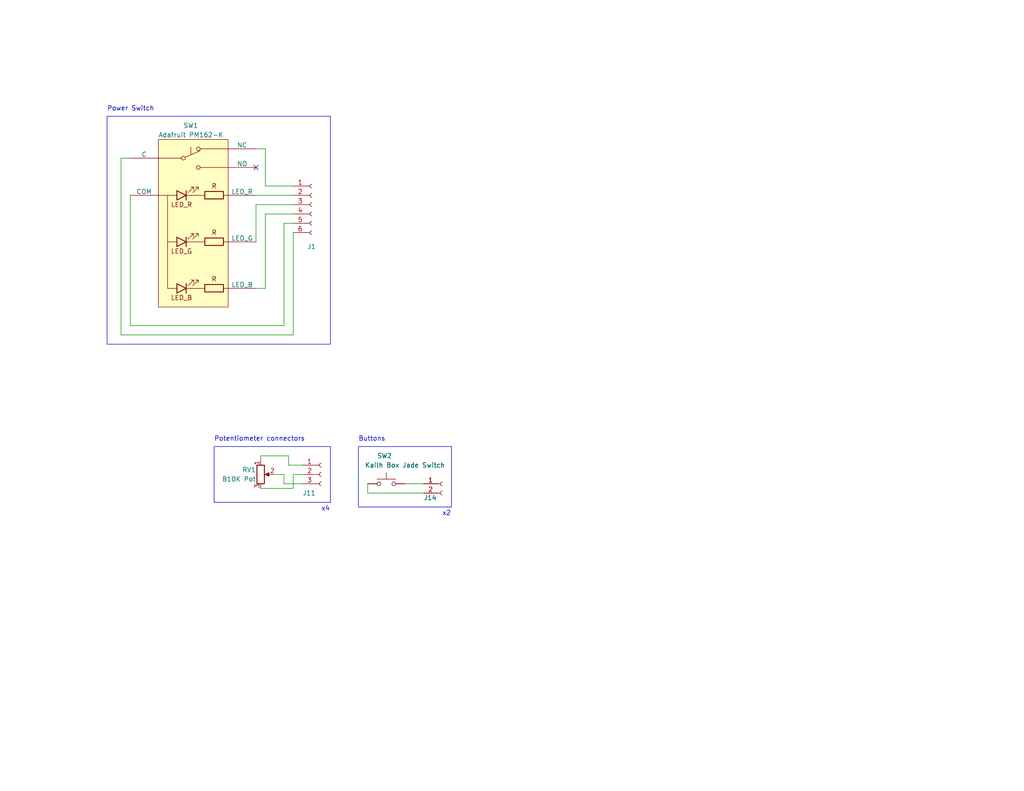
<source format=kicad_sch>
(kicad_sch (version 20230121) (generator eeschema)
  (paper "USLetter")
  (title_block (title "Olm") (date "2023-09-09") (rev "1.0") (company "Eric Max Kaplin"))
  (lib_symbols
    (symbol "Connector:Conn_01x02_Socket" (pin_names (offset 1.016) hide)
      (property "Reference" "J" (at 0 2.54 0))
      (property "Value" "Conn_01x02_Socket" (at 0 -5.08 0))
      (symbol "Conn_01x02_Socket_1_1"
        (arc (start 0 -2.032) (mid -0.5058 -2.54) (end 0 -3.048) (stroke (width 0.1524)))
        (polyline (pts (xy -1.27 -2.54) (xy -0.508 -2.54)) (stroke (width 0.1524)))
        (polyline (pts (xy -1.27 0) (xy -0.508 0)) (stroke (width 0.1524)))
        (arc (start 0 0.508) (mid -0.5058 0) (end 0 -0.508) (stroke (width 0.1524)))
        (pin passive line (at -5.08 0 0) (length 3.81) (name "Pin_1") (number "1"))
        (pin passive line (at -5.08 -2.54 0) (length 3.81) (name "Pin_2") (number "2"))
      )
    )
    (symbol "Connector:Conn_01x03_Socket" (pin_names (offset 1.016) hide)
      (property "Reference" "J" (at 0 5.08 0))
      (property "Value" "Conn_01x03_Socket" (at 0 -5.08 0))
      (symbol "Conn_01x03_Socket_1_1"
        (arc (start 0 -2.032) (mid -0.5058 -2.54) (end 0 -3.048) (stroke (width 0.1524)))
        (polyline (pts (xy -1.27 -2.54) (xy -0.508 -2.54)) (stroke (width 0.1524)))
        (polyline (pts (xy -1.27 0) (xy -0.508 0)) (stroke (width 0.1524)))
        (polyline (pts (xy -1.27 2.54) (xy -0.508 2.54)) (stroke (width 0.1524)))
        (arc (start 0 0.508) (mid -0.5058 0) (end 0 -0.508) (stroke (width 0.1524)))
        (arc (start 0 3.048) (mid -0.5058 2.54) (end 0 2.032) (stroke (width 0.1524)))
        (pin passive line (at -5.08 2.54 0) (length 3.81) (name "Pin_1") (number "1"))
        (pin passive line (at -5.08 0 0) (length 3.81) (name "Pin_2") (number "2"))
        (pin passive line (at -5.08 -2.54 0) (length 3.81) (name "Pin_3") (number "3"))
      )
    )
    (symbol "Connector:Conn_01x06_Socket" (pin_names (offset 1.016) hide)
      (property "Reference" "J" (at 0 7.62 0))
      (property "Value" "Conn_01x06_Socket" (at 0 -10.16 0))
      (symbol "Conn_01x06_Socket_1_1"
        (arc (start 0 -7.112) (mid -0.5058 -7.62) (end 0 -8.128) (stroke (width 0.1524)))
        (arc (start 0 -4.572) (mid -0.5058 -5.08) (end 0 -5.588) (stroke (width 0.1524)))
        (arc (start 0 -2.032) (mid -0.5058 -2.54) (end 0 -3.048) (stroke (width 0.1524)))
        (polyline (pts (xy -1.27 -7.62) (xy -0.508 -7.62)) (stroke (width 0.1524)))
        (polyline (pts (xy -1.27 -5.08) (xy -0.508 -5.08)) (stroke (width 0.1524)))
        (polyline (pts (xy -1.27 -2.54) (xy -0.508 -2.54)) (stroke (width 0.1524)))
        (polyline (pts (xy -1.27 0) (xy -0.508 0)) (stroke (width 0.1524)))
        (polyline (pts (xy -1.27 2.54) (xy -0.508 2.54)) (stroke (width 0.1524)))
        (polyline (pts (xy -1.27 5.08) (xy -0.508 5.08)) (stroke (width 0.1524)))
        (arc (start 0 0.508) (mid -0.5058 0) (end 0 -0.508) (stroke (width 0.1524)))
        (arc (start 0 3.048) (mid -0.5058 2.54) (end 0 2.032) (stroke (width 0.1524)))
        (arc (start 0 5.588) (mid -0.5058 5.08) (end 0 4.572) (stroke (width 0.1524)))
        (pin passive line (at -5.08 5.08 0) (length 3.81) (name "Pin_1") (number "1"))
        (pin passive line (at -5.08 2.54 0) (length 3.81) (name "Pin_2") (number "2"))
        (pin passive line (at -5.08 0 0) (length 3.81) (name "Pin_3") (number "3"))
        (pin passive line (at -5.08 -2.54 0) (length 3.81) (name "Pin_4") (number "4"))
        (pin passive line (at -5.08 -5.08 0) (length 3.81) (name "Pin_5") (number "5"))
        (pin passive line (at -5.08 -7.62 0) (length 3.81) (name "Pin_6") (number "6"))
      )
    )
    (symbol "Device:R_Potentiometer" (pin_names (offset 1.016) hide)
      (property "Reference" "RV" (at -4.445 0 90))
      (property "Value" "R_Potentiometer" (at -2.54 0 90))
      (symbol "R_Potentiometer_0_1"
        (polyline (pts (xy 2.54 0) (xy 1.524 0)))
        (polyline (pts (xy 1.143 0) (xy 2.286 0.508) (xy 2.286 -0.508) (xy 1.143 0)) (fill (type outline)))
        (rectangle (start 1.016 2.54) (end -1.016 -2.54) (stroke (width 0.254)))
      )
      (symbol "R_Potentiometer_1_1"
        (pin passive line (at 0 3.81 270) (length 1.27) (name "1") (number "1"))
        (pin passive line (at 3.81 0 180) (length 1.27) (name "2") (number "2"))
        (pin passive line (at 0 -3.81 90) (length 1.27) (name "3") (number "3"))
      )
    )
    (symbol "Switch:SW_Push" (pin_numbers hide) (pin_names (offset 1.016) hide)
      (property "Reference" "SW" (at 1.27 2.54 0))
      (property "Value" "SW_Push" (at 0 -1.524 0))
      (symbol "SW_Push_0_1"
        (circle (center -2.032 0) (radius 0.508))
        (polyline (pts (xy 0 1.27) (xy 0 3.048)))
        (polyline (pts (xy 2.54 1.27) (xy -2.54 1.27)))
        (circle (center 2.032 0) (radius 0.508))
        (pin passive line (at -5.08 0 0) (length 2.54) (name "1") (number "1"))
        (pin passive line (at 5.08 0 180) (length 2.54) (name "2") (number "2"))
      )
    )
    (symbol "UserLib:PM162-K" (pin_numbers hide) (pin_names (offset 0)) (on_board no)
      (property "Reference" "SW1" (at 0 8.89 0))
      (property "Value" "Adafruit PM162-K" (at 0 6.35 0))
      (symbol "PM162-K_0_0"
        (circle (center -2.032 0) (radius 0.508))
        (polyline (pts (xy 0 1.016) (xy 0 3.048)))
        (circle (center 2.032 -2.54) (radius 0.508))
      )
      (symbol "PM162-K_0_1"
        (polyline (pts (xy -8.89 -10.16) (xy -3.81 -10.16)))
        (polyline (pts (xy -6.35 -22.86) (xy -3.81 -22.86)))
        (polyline (pts (xy -1.524 0.254) (xy 2.54 2.032)))
        (polyline (pts (xy -1.27 -34.29) (xy -1.27 -36.83)) (stroke (width 0.254)))
        (polyline (pts (xy -1.27 -21.59) (xy -1.27 -24.13)) (stroke (width 0.254)))
        (polyline (pts (xy -1.27 -8.89) (xy -1.27 -11.43)) (stroke (width 0.254)))
        (polyline (pts (xy 3.81 -35.56) (xy -1.27 -35.56)) (fill (type outline)))
        (polyline (pts (xy 3.81 -22.86) (xy -1.27 -22.86)) (fill (type outline)))
        (polyline (pts (xy 3.81 -10.16) (xy -1.27 -10.16)) (fill (type outline)))
        (polyline (pts (xy -3.81 -34.29) (xy -3.81 -36.83) (xy -1.27 -35.56) (xy -3.81 -34.29)) (stroke (width 0.254)))
        (polyline (pts (xy -3.81 -21.59) (xy -3.81 -24.13) (xy -1.27 -22.86) (xy -3.81 -21.59)) (stroke (width 0.254)))
        (polyline (pts (xy -3.81 -8.89) (xy -3.81 -11.43) (xy -1.27 -10.16) (xy -3.81 -8.89)) (stroke (width 0.254)))
        (polyline (pts (xy -0.762 -34.798) (xy 0.762 -33.274) (xy 0 -33.274) (xy 0.762 -33.274) (xy 0.762 -34.036)))
        (polyline (pts (xy -0.762 -22.098) (xy 0.762 -20.574) (xy 0 -20.574) (xy 0.762 -20.574) (xy 0.762 -21.336)))
        (polyline (pts (xy -0.762 -9.398) (xy 0.762 -7.874) (xy 0 -7.874) (xy 0.762 -7.874) (xy 0.762 -8.636)))
        (polyline (pts (xy 0.508 -34.798) (xy 2.032 -33.274) (xy 1.27 -33.274) (xy 2.032 -33.274) (xy 2.032 -34.036)))
        (polyline (pts (xy 0.508 -22.098) (xy 2.032 -20.574) (xy 1.27 -20.574) (xy 2.032 -20.574) (xy 2.032 -21.336)))
        (polyline (pts (xy 0.508 -9.398) (xy 2.032 -7.874) (xy 1.27 -7.874) (xy 2.032 -7.874) (xy 2.032 -8.636)))
        (circle (center 2.032 2.54) (radius 0.508))
        (rectangle (start 3.8099 -34.5009) (end 8.8899 -36.5329) (stroke (width 0.254)))
        (rectangle (start 3.8099 -21.8009) (end 8.8899 -23.8329) (stroke (width 0.254)))
        (rectangle (start 3.8099 -9.1009) (end 8.8899 -11.1329) (stroke (width 0.254)))
      )
      (symbol "PM162-K_1_1"
        (rectangle (start -8.89 5.08) (end 10.16 -40.64) (fill (type background)))
        (polyline (pts (xy -8.89 0) (xy -2.54 0)))
        (polyline (pts (xy 10.16 -35.56) (xy 8.89 -35.56)))
        (polyline (pts (xy 10.16 -22.86) (xy 8.89 -22.86)))
        (polyline (pts (xy 10.16 -10.16) (xy 8.89 -10.16)))
        (polyline (pts (xy 10.16 -2.54) (xy 2.54 -2.54)))
        (polyline (pts (xy 10.16 2.54) (xy 2.54 2.54)))
        (polyline (pts (xy -6.35 -10.16) (xy -6.35 -35.56) (xy -3.81 -35.56)))
        (text "LED_B" (at -2.54 -38.1 0) (effects (font (size 1.27 1.27))))
        (text "LED_G" (at -2.54 -25.4 0) (effects (font (size 1.27 1.27))))
        (text "LED_R" (at -2.54 -12.7 0) (effects (font (size 1.27 1.27))))
        (text "R" (at 6.35 -33.02 0) (effects (font (size 1.27 1.27))))
        (text "R" (at 6.35 -20.32 0) (effects (font (size 1.27 1.27))))
        (text "R" (at 6.35 -7.62 0) (effects (font (size 1.27 1.27))))
        (pin passive line (at 17.78 2.54 180) (length 7.54) (name "NC") (number "1"))
        (pin passive line (at -16.51 0 0) (length 7.54) (name "C") (number "2"))
        (pin passive line (at 17.78 -2.54 180) (length 7.54) (name "NO") (number "3"))
        (pin passive line (at 17.78 -10.16 180) (length 7.54) (name "LED_R") (number "4"))
        (pin passive line (at 17.78 -22.86 180) (length 7.54) (name "LED_G") (number "5"))
        (pin passive line (at 17.78 -35.56 180) (length 7.54) (name "LED_B") (number "6"))
        (pin passive line (at -16.51 -10.16 0) (length 7.54) (name "COM") (number "7"))
      )
    )
  )
  (no_connect (at 69.85 45.72))
  (wire (pts (xy 80.01 58.42) (xy 72.39 58.42)))
  (wire (pts (xy 69.85 78.74) (xy 72.39 78.74)))
  (wire (pts (xy 82.55 129.54) (xy 80.01 129.54)))
  (wire (pts (xy 69.85 53.34) (xy 80.01 53.34)))
  (wire (pts (xy 80.01 129.54) (xy 80.01 133.35)))
  (wire (pts (xy 72.39 50.8) (xy 72.39 40.64)))
  (wire (pts (xy 33.02 43.18) (xy 33.02 91.44)))
  (wire (pts (xy 33.02 91.44) (xy 80.01 91.44)))
  (wire (pts (xy 71.12 124.46) (xy 71.12 125.73)))
  (wire (pts (xy 80.01 133.35) (xy 71.12 133.35)))
  (wire (pts (xy 100.33 134.62) (xy 115.57 134.62)))
  (wire (pts (xy 77.47 129.54) (xy 74.93 129.54)))
  (wire (pts (xy 72.39 58.42) (xy 72.39 78.74)))
  (wire (pts (xy 71.12 124.46) (xy 78.74 124.46)))
  (wire (pts (xy 35.56 53.34) (xy 35.56 88.9)))
  (wire (pts (xy 100.33 132.08) (xy 100.33 134.62)))
  (wire (pts (xy 80.01 63.5) (xy 80.01 91.44)))
  (wire (pts (xy 77.47 60.96) (xy 77.47 88.9)))
  (wire (pts (xy 69.85 40.64) (xy 72.39 40.64)))
  (wire (pts (xy 78.74 124.46) (xy 78.74 127)))
  (wire (pts (xy 77.47 88.9) (xy 35.56 88.9)))
  (wire (pts (xy 78.74 127) (xy 82.55 127)))
  (wire (pts (xy 33.02 43.18) (xy 35.56 43.18)))
  (wire (pts (xy 82.55 132.08) (xy 77.47 132.08)))
  (wire (pts (xy 80.01 60.96) (xy 77.47 60.96)))
  (wire (pts (xy 69.85 55.88) (xy 69.85 66.04)))
  (wire (pts (xy 110.49 132.08) (xy 115.57 132.08)))
  (wire (pts (xy 80.01 55.88) (xy 69.85 55.88)))
  (wire (pts (xy 77.47 129.54) (xy 77.47 132.08)))
  (wire (pts (xy 80.01 50.8) (xy 72.39 50.8)))
  (rectangle (start 58.42 121.92) (end 90.17 137.16))
  (rectangle (start 97.79 121.92) (end 123.19 138.43))
  (rectangle (start 29.21 31.75) (end 90.17 93.98))
  (text "Buttons" (at 97.79 120.65 0) (effects (font (size 1.27 1.27)) (justify left bottom)))
  (text "Potentiometer connectors" (at 58.42 120.65 0) (effects (font (size 1.27 1.27)) (justify left bottom)))
  (text "Power Switch" (at 29.21 30.48 0) (effects (font (size 1.27 1.27)) (justify left bottom)))
  (text "x2" (at 120.65 140.97 0) (effects (font (size 1.27 1.27)) (justify left bottom)))
  (text "x4" (at 87.63 139.7 0) (effects (font (size 1.27 1.27)) (justify left bottom)))
  (symbol (lib_id "Connector:Conn_01x03_Socket") (at 87.63 129.54 0) (unit 1) (on_board no)
    (property "Reference" "J11" (at 82.55 134.62 0) (effects (justify left)))
    (property "Value" "JST PH-R-3" (effects hide))
    (instances (project "olm" (path "" (reference "J11") (unit 1)) (path "" (reference "J19") (unit 1))))
  )
  (symbol (lib_id "Switch:SW_Push") (at 105.41 132.08 0) (unit 1) (on_board no)
    (property "Reference" "SW2" (at 102.87 124.46 0) (effects (justify left)))
    (property "Value" "Kailh Box Jade Switch" (at 110.49 127 0))
  )
  (symbol (lib_id "UserLib:PM162-K") (at 52.07 43.18 0) (unit 1) (on_board no)
    (property "Reference" "SW1" (at 52.07 34.29 0))
    (property "Value" "Adafruit PM162-K" (at 52.07 36.83 0))
    (property "Datasheet" "https://cdn-shop.adafruit.com/product-files/4659/C13114++C15110.pdf" (effects hide))
  )
  (symbol (lib_id "Connector:Conn_01x06_Socket") (at 85.09 55.88 0) (unit 1) (on_board no)
    (property "Reference" "J1" (at 83.82 67.31 0) (effects (justify left)))
    (property "Value" "JST PH-R-5" (effects hide))
    (instances (project "olm" (path "" (reference "J1") (unit 1)) (path "" (reference "J18") (unit 1))))
  )
  (symbol (lib_id "Connector:Conn_01x02_Socket") (at 120.65 132.08 0) (unit 1) (on_board no)
    (property "Reference" "J14" (at 115.57 135.89 0) (effects (justify left)))
    (property "Value" "JST PH-R-2" (effects hide))
    (instances (project "olm" (path "" (reference "J14") (unit 1)) (path "" (reference "J20") (unit 1))))
  )
  (symbol (lib_id "Device:R_Potentiometer") (at 71.12 129.54 0) (unit 1) (on_board no)
    (property "Reference" "RV1" (at 69.85 128.27 0) (effects (justify right)))
    (property "Value" "B10K Pot" (at 69.85 130.81 0) (effects (justify right)))
    (property "Footprint" "UserLibrary:Potentiometer_Alps_RK163_Single_Horizontal" (effects hide))
    (instances (project "olm" (path "" (reference "RV1") (unit 1)) (path "" (reference "RV2") (unit 1))))
  )
)
</source>
